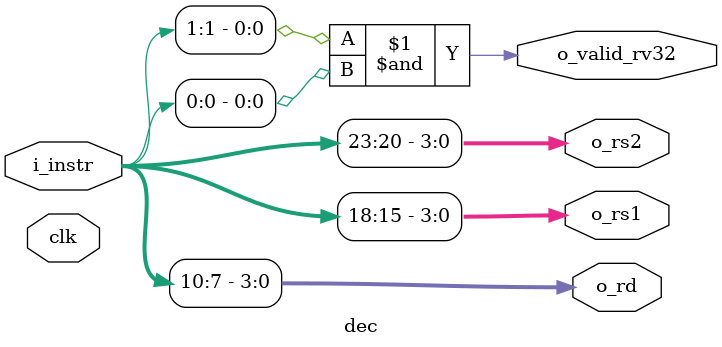
<source format=sv>
typedef enum logic [4:0] {
  LOAD    = 5'b00000,
  MISCMEM = 5'b00011,
  AUIPC   = 5'b00101,
  OPIMM32 = 5'b00110,
  STORE   = 5'b01000,
  LUI     = 5'b01101,
  OP32    = 5'b01110,
  BRANCH  = 5'b11000,
  JALR    = 5'b11001,
  JAL     = 5'b11011,
  SYSTEM  = 5'b11100
} opc_t;

module dec (
    input  logic        clk,
    input  logic [31:0] i_instr,
    output logic        o_valid_rv32,
    output logic [ 3:0] o_rd,
    output logic [ 3:0] o_rs1,
    output logic [ 3:0] o_rs2

);


  assign o_valid_rv32 = i_instr[1] & i_instr[0];
  assign o_rd         = i_instr[10:7];
  assign o_rs1        = i_instr[18:15];
  assign o_rs2        = i_instr[23:20];


  always_comb begin
    case (i_instr[6:2])
      LOAD:    o_test = 1;
      STORE:   o_test = 0;
      MISCMEM: o_test = 1;
      AUIPC:   o_test = 0;
      OPIMM32: o_test = 1;
      LUI:     o_test = 1;
      OP32:    o_test = 0;
      BRANCH:  o_test = 1;
      JALR:    o_test = 1;
      JAL:     o_test = 1;
      SYSTEM:  o_test = 1;
      default: o_test = 1;
    endcase
  end


endmodule

</source>
